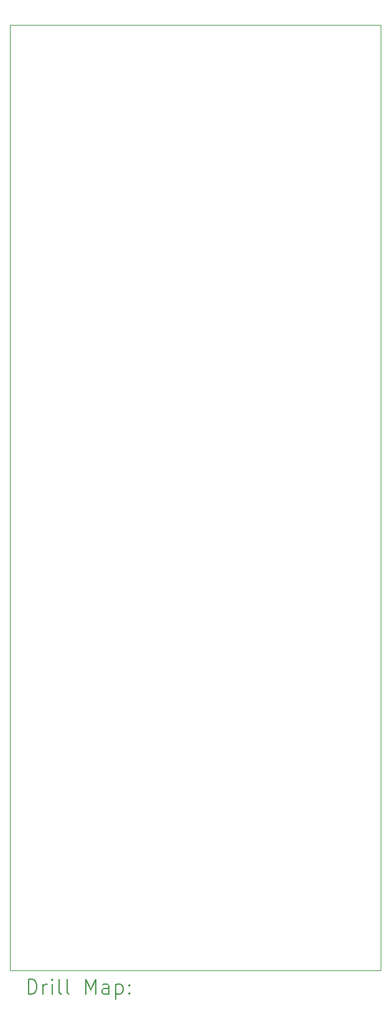
<source format=gbr>
%TF.GenerationSoftware,KiCad,Pcbnew,7.0.7*%
%TF.CreationDate,2023-08-27T18:28:51+09:00*%
%TF.ProjectId,3340VCO_Panel,33333430-5643-44f5-9f50-616e656c2e6b,rev?*%
%TF.SameCoordinates,Original*%
%TF.FileFunction,Drillmap*%
%TF.FilePolarity,Positive*%
%FSLAX45Y45*%
G04 Gerber Fmt 4.5, Leading zero omitted, Abs format (unit mm)*
G04 Created by KiCad (PCBNEW 7.0.7) date 2023-08-27 18:28:51*
%MOMM*%
%LPD*%
G01*
G04 APERTURE LIST*
%ADD10C,0.100000*%
%ADD11C,0.200000*%
G04 APERTURE END LIST*
D10*
X9250000Y-3850000D02*
X14300000Y-3850000D01*
X14300000Y-16700000D01*
X9250000Y-16700000D01*
X9250000Y-3850000D01*
D11*
X9505777Y-17016484D02*
X9505777Y-16816484D01*
X9505777Y-16816484D02*
X9553396Y-16816484D01*
X9553396Y-16816484D02*
X9581967Y-16826008D01*
X9581967Y-16826008D02*
X9601015Y-16845055D01*
X9601015Y-16845055D02*
X9610539Y-16864103D01*
X9610539Y-16864103D02*
X9620063Y-16902198D01*
X9620063Y-16902198D02*
X9620063Y-16930770D01*
X9620063Y-16930770D02*
X9610539Y-16968865D01*
X9610539Y-16968865D02*
X9601015Y-16987912D01*
X9601015Y-16987912D02*
X9581967Y-17006960D01*
X9581967Y-17006960D02*
X9553396Y-17016484D01*
X9553396Y-17016484D02*
X9505777Y-17016484D01*
X9705777Y-17016484D02*
X9705777Y-16883150D01*
X9705777Y-16921246D02*
X9715301Y-16902198D01*
X9715301Y-16902198D02*
X9724824Y-16892674D01*
X9724824Y-16892674D02*
X9743872Y-16883150D01*
X9743872Y-16883150D02*
X9762920Y-16883150D01*
X9829586Y-17016484D02*
X9829586Y-16883150D01*
X9829586Y-16816484D02*
X9820063Y-16826008D01*
X9820063Y-16826008D02*
X9829586Y-16835531D01*
X9829586Y-16835531D02*
X9839110Y-16826008D01*
X9839110Y-16826008D02*
X9829586Y-16816484D01*
X9829586Y-16816484D02*
X9829586Y-16835531D01*
X9953396Y-17016484D02*
X9934348Y-17006960D01*
X9934348Y-17006960D02*
X9924824Y-16987912D01*
X9924824Y-16987912D02*
X9924824Y-16816484D01*
X10058158Y-17016484D02*
X10039110Y-17006960D01*
X10039110Y-17006960D02*
X10029586Y-16987912D01*
X10029586Y-16987912D02*
X10029586Y-16816484D01*
X10286729Y-17016484D02*
X10286729Y-16816484D01*
X10286729Y-16816484D02*
X10353396Y-16959341D01*
X10353396Y-16959341D02*
X10420063Y-16816484D01*
X10420063Y-16816484D02*
X10420063Y-17016484D01*
X10601015Y-17016484D02*
X10601015Y-16911722D01*
X10601015Y-16911722D02*
X10591491Y-16892674D01*
X10591491Y-16892674D02*
X10572444Y-16883150D01*
X10572444Y-16883150D02*
X10534348Y-16883150D01*
X10534348Y-16883150D02*
X10515301Y-16892674D01*
X10601015Y-17006960D02*
X10581967Y-17016484D01*
X10581967Y-17016484D02*
X10534348Y-17016484D01*
X10534348Y-17016484D02*
X10515301Y-17006960D01*
X10515301Y-17006960D02*
X10505777Y-16987912D01*
X10505777Y-16987912D02*
X10505777Y-16968865D01*
X10505777Y-16968865D02*
X10515301Y-16949817D01*
X10515301Y-16949817D02*
X10534348Y-16940293D01*
X10534348Y-16940293D02*
X10581967Y-16940293D01*
X10581967Y-16940293D02*
X10601015Y-16930770D01*
X10696253Y-16883150D02*
X10696253Y-17083150D01*
X10696253Y-16892674D02*
X10715301Y-16883150D01*
X10715301Y-16883150D02*
X10753396Y-16883150D01*
X10753396Y-16883150D02*
X10772444Y-16892674D01*
X10772444Y-16892674D02*
X10781967Y-16902198D01*
X10781967Y-16902198D02*
X10791491Y-16921246D01*
X10791491Y-16921246D02*
X10791491Y-16978389D01*
X10791491Y-16978389D02*
X10781967Y-16997436D01*
X10781967Y-16997436D02*
X10772444Y-17006960D01*
X10772444Y-17006960D02*
X10753396Y-17016484D01*
X10753396Y-17016484D02*
X10715301Y-17016484D01*
X10715301Y-17016484D02*
X10696253Y-17006960D01*
X10877205Y-16997436D02*
X10886729Y-17006960D01*
X10886729Y-17006960D02*
X10877205Y-17016484D01*
X10877205Y-17016484D02*
X10867682Y-17006960D01*
X10867682Y-17006960D02*
X10877205Y-16997436D01*
X10877205Y-16997436D02*
X10877205Y-17016484D01*
X10877205Y-16892674D02*
X10886729Y-16902198D01*
X10886729Y-16902198D02*
X10877205Y-16911722D01*
X10877205Y-16911722D02*
X10867682Y-16902198D01*
X10867682Y-16902198D02*
X10877205Y-16892674D01*
X10877205Y-16892674D02*
X10877205Y-16911722D01*
M02*

</source>
